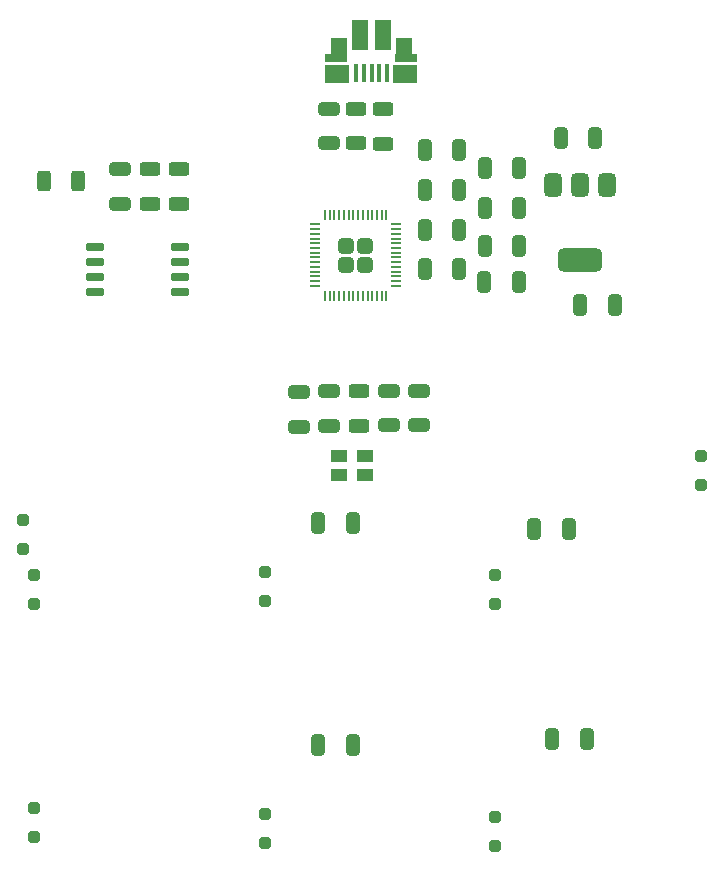
<source format=gbr>
%TF.GenerationSoftware,KiCad,Pcbnew,8.0.5*%
%TF.CreationDate,2025-01-09T16:38:30+01:00*%
%TF.ProjectId,rp2040_pad,72703230-3430-45f7-9061-642e6b696361,rev?*%
%TF.SameCoordinates,Original*%
%TF.FileFunction,Paste,Top*%
%TF.FilePolarity,Positive*%
%FSLAX46Y46*%
G04 Gerber Fmt 4.6, Leading zero omitted, Abs format (unit mm)*
G04 Created by KiCad (PCBNEW 8.0.5) date 2025-01-09 16:38:30*
%MOMM*%
%LPD*%
G01*
G04 APERTURE LIST*
G04 Aperture macros list*
%AMRoundRect*
0 Rectangle with rounded corners*
0 $1 Rounding radius*
0 $2 $3 $4 $5 $6 $7 $8 $9 X,Y pos of 4 corners*
0 Add a 4 corners polygon primitive as box body*
4,1,4,$2,$3,$4,$5,$6,$7,$8,$9,$2,$3,0*
0 Add four circle primitives for the rounded corners*
1,1,$1+$1,$2,$3*
1,1,$1+$1,$4,$5*
1,1,$1+$1,$6,$7*
1,1,$1+$1,$8,$9*
0 Add four rect primitives between the rounded corners*
20,1,$1+$1,$2,$3,$4,$5,0*
20,1,$1+$1,$4,$5,$6,$7,0*
20,1,$1+$1,$6,$7,$8,$9,0*
20,1,$1+$1,$8,$9,$2,$3,0*%
G04 Aperture macros list end*
%ADD10RoundRect,0.150000X-0.650000X-0.150000X0.650000X-0.150000X0.650000X0.150000X-0.650000X0.150000X0*%
%ADD11RoundRect,0.250000X0.650000X-0.325000X0.650000X0.325000X-0.650000X0.325000X-0.650000X-0.325000X0*%
%ADD12RoundRect,0.250000X-0.325000X-0.650000X0.325000X-0.650000X0.325000X0.650000X-0.325000X0.650000X0*%
%ADD13RoundRect,0.250000X-0.250000X0.250000X-0.250000X-0.250000X0.250000X-0.250000X0.250000X0.250000X0*%
%ADD14RoundRect,0.250000X0.250000X-0.250000X0.250000X0.250000X-0.250000X0.250000X-0.250000X-0.250000X0*%
%ADD15RoundRect,0.250000X-0.625000X0.312500X-0.625000X-0.312500X0.625000X-0.312500X0.625000X0.312500X0*%
%ADD16RoundRect,0.250000X-0.650000X0.325000X-0.650000X-0.325000X0.650000X-0.325000X0.650000X0.325000X0*%
%ADD17R,0.400000X1.650000*%
%ADD18R,1.825000X0.700000*%
%ADD19R,2.000000X1.500000*%
%ADD20R,1.350000X2.000000*%
%ADD21R,1.430000X2.500000*%
%ADD22R,1.400000X1.100000*%
%ADD23RoundRect,0.250000X0.312500X0.625000X-0.312500X0.625000X-0.312500X-0.625000X0.312500X-0.625000X0*%
%ADD24RoundRect,0.375000X-0.375000X0.625000X-0.375000X-0.625000X0.375000X-0.625000X0.375000X0.625000X0*%
%ADD25RoundRect,0.500000X-1.400000X0.500000X-1.400000X-0.500000X1.400000X-0.500000X1.400000X0.500000X0*%
%ADD26RoundRect,0.249999X-0.395001X-0.395001X0.395001X-0.395001X0.395001X0.395001X-0.395001X0.395001X0*%
%ADD27RoundRect,0.050000X-0.387500X-0.050000X0.387500X-0.050000X0.387500X0.050000X-0.387500X0.050000X0*%
%ADD28RoundRect,0.050000X-0.050000X-0.387500X0.050000X-0.387500X0.050000X0.387500X-0.050000X0.387500X0*%
%ADD29RoundRect,0.250000X0.625000X-0.312500X0.625000X0.312500X-0.625000X0.312500X-0.625000X-0.312500X0*%
G04 APERTURE END LIST*
D10*
%TO.C,U4*%
X103644000Y-49291000D03*
X103644000Y-50561000D03*
X103644000Y-51831000D03*
X103644000Y-53101000D03*
X110844000Y-53101000D03*
X110844000Y-51831000D03*
X110844000Y-50561000D03*
X110844000Y-49291000D03*
%TD*%
D11*
%TO.C,C4*%
X123444000Y-64467000D03*
X123444000Y-61517000D03*
%TD*%
D12*
%TO.C,C15*%
X136609000Y-49252000D03*
X139559000Y-49252000D03*
%TD*%
D13*
%TO.C,D3*%
X137486000Y-77052000D03*
X137486000Y-79552000D03*
%TD*%
D12*
%TO.C,C10*%
X131529000Y-44488000D03*
X134479000Y-44488000D03*
%TD*%
D14*
%TO.C,D4*%
X97536000Y-74910000D03*
X97536000Y-72410000D03*
%TD*%
D12*
%TO.C,C13*%
X136609000Y-42648000D03*
X139559000Y-42648000D03*
%TD*%
D15*
%TO.C,R5*%
X128016000Y-37653500D03*
X128016000Y-40578500D03*
%TD*%
D16*
%TO.C,C3*%
X120904000Y-61566000D03*
X120904000Y-64516000D03*
%TD*%
D13*
%TO.C,D2*%
X117986000Y-76802000D03*
X117986000Y-79302000D03*
%TD*%
D12*
%TO.C,C17*%
X140765000Y-73152000D03*
X143715000Y-73152000D03*
%TD*%
D17*
%TO.C,J1*%
X128340000Y-34550000D03*
X127690000Y-34550000D03*
X127040000Y-34550000D03*
X126390000Y-34550000D03*
X125740000Y-34550000D03*
D18*
X129990000Y-33350000D03*
D19*
X129890000Y-34650000D03*
D20*
X129770000Y-32600000D03*
D21*
X128000000Y-31400000D03*
X126080000Y-31400000D03*
D20*
X124290000Y-32600000D03*
D19*
X124140000Y-34670000D03*
D18*
X124040000Y-33350000D03*
%TD*%
D16*
%TO.C,C7*%
X131064000Y-61468000D03*
X131064000Y-64418000D03*
%TD*%
D22*
%TO.C,U3*%
X124292000Y-66980000D03*
X124292000Y-68580000D03*
X126492000Y-68580000D03*
X126492000Y-66980000D03*
%TD*%
D12*
%TO.C,C16*%
X136560000Y-52300000D03*
X139510000Y-52300000D03*
%TD*%
D15*
%TO.C,R4*%
X125718000Y-37604500D03*
X125718000Y-40529500D03*
%TD*%
D12*
%TO.C,C11*%
X131529000Y-47838000D03*
X134479000Y-47838000D03*
%TD*%
%TO.C,C9*%
X131529000Y-41138000D03*
X134479000Y-41138000D03*
%TD*%
D23*
%TO.C,R6*%
X102212500Y-43750000D03*
X99287500Y-43750000D03*
%TD*%
D12*
%TO.C,C19*%
X142338000Y-90932000D03*
X145288000Y-90932000D03*
%TD*%
D13*
%TO.C,D7*%
X117986000Y-97302000D03*
X117986000Y-99802000D03*
%TD*%
D24*
%TO.C,U2*%
X146988000Y-44070000D03*
X144688000Y-44070000D03*
D25*
X144688000Y-50370000D03*
D24*
X142388000Y-44070000D03*
%TD*%
D26*
%TO.C,U1*%
X124892000Y-49200000D03*
X124892000Y-50800000D03*
X126492000Y-49200000D03*
X126492000Y-50800000D03*
D27*
X122254500Y-47400000D03*
X122254500Y-47800000D03*
X122254500Y-48200000D03*
X122254500Y-48600000D03*
X122254500Y-49000000D03*
X122254500Y-49400000D03*
X122254500Y-49800000D03*
X122254500Y-50200000D03*
X122254500Y-50600000D03*
X122254500Y-51000000D03*
X122254500Y-51400000D03*
X122254500Y-51800000D03*
X122254500Y-52200000D03*
X122254500Y-52600000D03*
D28*
X123092000Y-53437500D03*
X123492000Y-53437500D03*
X123892000Y-53437500D03*
X124292000Y-53437500D03*
X124692000Y-53437500D03*
X125092000Y-53437500D03*
X125492000Y-53437500D03*
X125892000Y-53437500D03*
X126292000Y-53437500D03*
X126692000Y-53437500D03*
X127092000Y-53437500D03*
X127492000Y-53437500D03*
X127892000Y-53437500D03*
X128292000Y-53437500D03*
D27*
X129129500Y-52600000D03*
X129129500Y-52200000D03*
X129129500Y-51800000D03*
X129129500Y-51400000D03*
X129129500Y-51000000D03*
X129129500Y-50600000D03*
X129129500Y-50200000D03*
X129129500Y-49800000D03*
X129129500Y-49400000D03*
X129129500Y-49000000D03*
X129129500Y-48600000D03*
X129129500Y-48200000D03*
X129129500Y-47800000D03*
X129129500Y-47400000D03*
D28*
X128292000Y-46562500D03*
X127892000Y-46562500D03*
X127492000Y-46562500D03*
X127092000Y-46562500D03*
X126692000Y-46562500D03*
X126292000Y-46562500D03*
X125892000Y-46562500D03*
X125492000Y-46562500D03*
X125092000Y-46562500D03*
X124692000Y-46562500D03*
X124292000Y-46562500D03*
X123892000Y-46562500D03*
X123492000Y-46562500D03*
X123092000Y-46562500D03*
%TD*%
D13*
%TO.C,D1*%
X98486000Y-77052000D03*
X98486000Y-79552000D03*
%TD*%
%TO.C,D6*%
X98486000Y-96802000D03*
X98486000Y-99302000D03*
%TD*%
%TO.C,D8*%
X137486000Y-97552000D03*
X137486000Y-100052000D03*
%TD*%
D29*
%TO.C,R2*%
X110744000Y-45658500D03*
X110744000Y-42733500D03*
%TD*%
D12*
%TO.C,C1*%
X143038000Y-40070000D03*
X145988000Y-40070000D03*
%TD*%
%TO.C,C22*%
X122477000Y-72644000D03*
X125427000Y-72644000D03*
%TD*%
%TO.C,C18*%
X122526000Y-91440000D03*
X125476000Y-91440000D03*
%TD*%
D11*
%TO.C,C6*%
X123444000Y-40542000D03*
X123444000Y-37592000D03*
%TD*%
D12*
%TO.C,C2*%
X144713000Y-54220000D03*
X147663000Y-54220000D03*
%TD*%
%TO.C,C14*%
X136609000Y-45998000D03*
X139559000Y-45998000D03*
%TD*%
D15*
%TO.C,R3*%
X108244000Y-42733500D03*
X108244000Y-45658500D03*
%TD*%
D12*
%TO.C,C12*%
X131529000Y-51188000D03*
X134479000Y-51188000D03*
%TD*%
D29*
%TO.C,R1*%
X125984000Y-64454500D03*
X125984000Y-61529500D03*
%TD*%
D13*
%TO.C,D5*%
X154940000Y-67000000D03*
X154940000Y-69500000D03*
%TD*%
D11*
%TO.C,C5*%
X105744000Y-45671000D03*
X105744000Y-42721000D03*
%TD*%
D16*
%TO.C,C8*%
X128524000Y-61468000D03*
X128524000Y-64418000D03*
%TD*%
M02*

</source>
